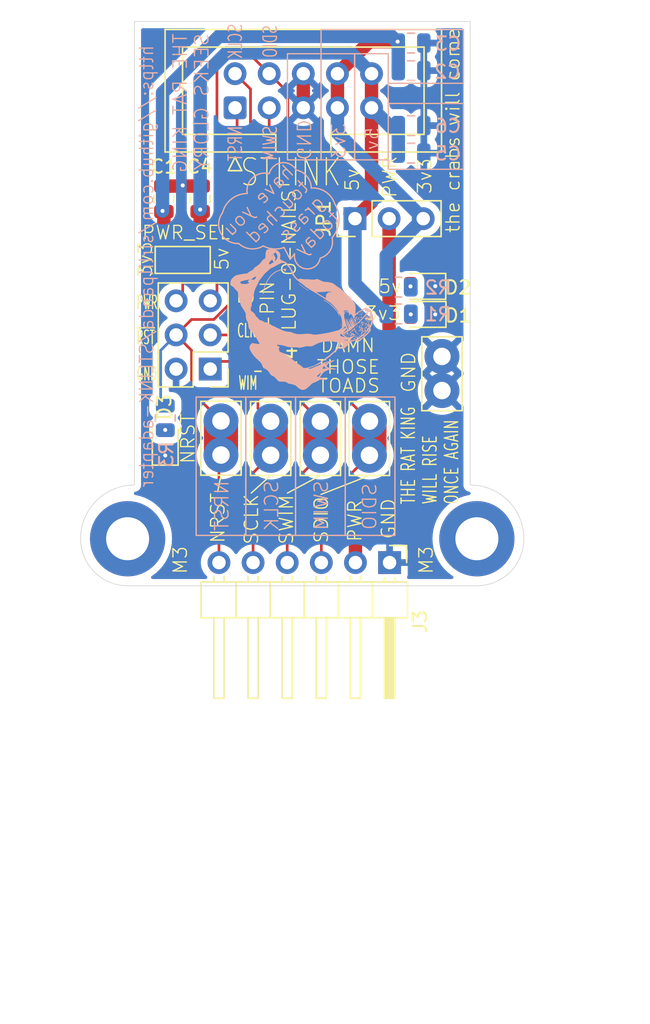
<source format=kicad_pcb>
(kicad_pcb (version 20240108) (generator "pcbnew") (generator_version "8.0")
  (layers (0 "F.Cu" signal) (31 "B.Cu" signal) (34 "B.Paste" user) (35 "F.Paste" user) (36 "B.SilkS" user "B.Silkscreen") (37 "F.SilkS" user "F.Silkscreen") (38 "B.Mask" user) (39 "F.Mask" user) (44 "Edge.Cuts" user))
  (net 0 "")
  (net 1 "/RST")
  (net 2 "/SWCLK")
  (net 3 "/SWIM")
  (net 4 "+3.3V")
  (net 5 "/SWDIO")
  (net 6 "+5V")
  (net 7 "GND")
  (net 8 "Net-(D1-A)")
  (net 9 "Net-(D2-A)")
  (net 10 "Net-(D3-A)")
  (net 11 "Net-(J1-Pin_6)")
  (net 12 "Net-(J3-Pin_2)")
  (net 13 "Net-(J1-Pin_1)")
  (footprint "MountingHole:MountingHole_3.2mm_M3_DIN965_Pad" (layer "F.Cu") (at 124.000001 89.000001)
    (property "Reference" "H2" (hide yes))
    (property "Value" "MountingHole")
    (pad "1" thru_hole circle (at 0 0) (size 5.6 5.6) (drill 3.2) (layers "*.Cu" "*.Mask"))
  )
  (footprint "Connector_PinHeader_2.54mm:PinHeader_1x06_P2.54mm_Horizontal" (layer "F.Cu") (at 117.5 90.775 -90)
    (property "Reference" "J3" (at 4.385 -2.27 90) (layer "F.SilkS"))
    (property "Value" "Conn_01x06_Pin")
    (pad "1" thru_hole rect (at 0 0 270) (size 1.7 1.7) (drill 1) (layers "*.Cu" "*.Mask") (net 7 "GND"))
    (pad "2" thru_hole oval (at 0 2.54 270) (size 1.7 1.7) (drill 1) (layers "*.Cu" "*.Mask") (net 12 "Net-(J3-Pin_2)"))
    (pad "3" thru_hole oval (at 0 5.079999 270) (size 1.7 1.7) (drill 1) (layers "*.Cu" "*.Mask") (net 5 "/SWDIO"))
    (pad "4" thru_hole oval (at 0 7.62 270) (size 1.7 1.7) (drill 1) (layers "*.Cu" "*.Mask") (net 3 "/SWIM"))
    (pad "5" thru_hole oval (at 0 10.16 270) (size 1.7 1.7) (drill 1) (layers "*.Cu" "*.Mask") (net 2 "/SWCLK"))
    (pad "6" thru_hole oval (at 0 12.7 270) (size 1.7 1.7) (drill 1) (layers "*.Cu" "*.Mask") (net 1 "/RST"))
  )
  (footprint "LED_SMD:LED_0805_2012Metric" (layer "F.Cu") (at 119.995 70.214999 180)
    (property "Reference" "D2" (at -2.605 -0.085001 180) (layer "F.SilkS"))
    (property "Value" "LED")
    (pad "1" smd roundrect (at -0.937501 0 180) (size 0.975 1.4) (layers "F.Cu" "F.Paste" "F.Mask") (net 7 "GND"))
    (pad "2" smd roundrect (at 0.937501 0 180) (size 0.975 1.4) (layers "F.Cu" "F.Paste" "F.Mask") (net 9 "Net-(D2-A)"))
  )
  (footprint "Connector_PinHeader_2.54mm:PinHeader_1x03_P2.54mm_Vertical" (layer "F.Cu") (at 114.924999 65.175 90)
    (property "Reference" "JP1" (at 0 -2.33 270) (layer "F.SilkS"))
    (property "Value" "Jumper_3_Bridged12")
    (pad "1" thru_hole rect (at 0 0 90) (size 1.7 1.7) (drill 1) (layers "*.Cu" "*.Mask") (net 6 "+5V"))
    (pad "2" thru_hole oval (at 0 2.54 90) (size 1.7 1.7) (drill 1) (layers "*.Cu" "*.Mask") (net 12 "Net-(J3-Pin_2)"))
    (pad "3" thru_hole oval (at 0 5.079999 90) (size 1.7 1.7) (drill 1) (layers "*.Cu" "*.Mask") (net 4 "+3.3V"))
  )
  (footprint "LED_SMD:LED_0805_2012Metric" (layer "F.Cu") (at 100.8 81.837501 90)
    (property "Reference" "D3" (at 2.6275 -0.065 270) (layer "F.SilkS"))
    (property "Value" "LED")
    (pad "1" smd roundrect (at -0.937501 0 90) (size 0.975 1.4) (layers "F.Cu" "F.Paste" "F.Mask") (net 7 "GND"))
    (pad "2" smd roundrect (at 0.937501 0 90) (size 0.975 1.4) (layers "F.Cu" "F.Paste" "F.Mask") (net 10 "Net-(D3-A)"))
  )
  (footprint "Connector_PinHeader_2.54mm:PinHeader_2x03_P2.54mm_Vertical" (layer "F.Cu") (at 104.150001 76.370002 180)
    (property "Reference" "J1" (hide yes))
    (property "Value" "Conn_02x03_Odd_Even")
    (pad "1" thru_hole rect (at 0 0 180) (size 1.7 1.7) (drill 1) (layers "*.Cu" "*.Mask") (net 13 "Net-(J1-Pin_1)"))
    (pad "2" thru_hole oval (at 2.54 0 180) (size 1.7 1.7) (drill 1) (layers "*.Cu" "*.Mask") (net 7 "GND"))
    (pad "3" thru_hole oval (at 0 2.54 180) (size 1.7 1.7) (drill 1) (layers "*.Cu" "*.Mask") (net 2 "/SWCLK"))
    (pad "4" thru_hole oval (at 2.54 2.54 180) (size 1.7 1.7) (drill 1) (layers "*.Cu" "*.Mask") (net 1 "/RST"))
    (pad "5" thru_hole oval (at 0 5.079999 180) (size 1.7 1.7) (drill 1) (layers "*.Cu" "*.Mask") (net 5 "/SWDIO"))
    (pad "6" thru_hole oval (at 2.54 5.08 180) (size 1.7 1.7) (drill 1) (layers "*.Cu" "*.Mask") (net 11 "Net-(J1-Pin_6)"))
  )
  (footprint "Connector_IDC:IDC-Header_2x05_P2.54mm_Vertical" (layer "F.Cu") (at 105.998428 56.924072 90)
    (property "Reference" "J2" (hide yes))
    (property "Value" "Conn_01x10")
    (pad "1" thru_hole roundrect (at 0 0 90) (size 1.7 1.7) (drill 1) (layers "*.Cu" "*.Mask") (roundrect_rratio 0.1470588235) (net 1 "/RST"))
    (pad "2" thru_hole circle (at 2.54 0 90) (size 1.7 1.7) (drill 1) (layers "*.Cu" "*.Mask") (net 2 "/SWCLK"))
    (pad "3" thru_hole circle (at 0 2.54 90) (size 1.7 1.7) (drill 1) (layers "*.Cu" "*.Mask") (net 3 "/SWIM"))
    (pad "4" thru_hole circle (at 2.54 2.54 90) (size 1.7 1.7) (drill 1) (layers "*.Cu" "*.Mask") (net 5 "/SWDIO"))
    (pad "5" thru_hole circle (at 0 5.079999 90) (size 1.7 1.7) (drill 1) (layers "*.Cu" "*.Mask") (net 7 "GND"))
    (pad "6" thru_hole circle (at 2.54 5.08 90) (size 1.7 1.7) (drill 1) (layers "*.Cu" "*.Mask") (net 7 "GND"))
    (pad "7" thru_hole circle (at 0 7.62 90) (size 1.7 1.7) (drill 1) (layers "*.Cu" "*.Mask") (net 4 "+3.3V"))
    (pad "8" thru_hole circle (at 2.54 7.62 90) (size 1.7 1.7) (drill 1) (layers "*.Cu" "*.Mask") (net 4 "+3.3V"))
    (pad "9" thru_hole circle (at 0 10.16 90) (size 1.7 1.7) (drill 1) (layers "*.Cu" "*.Mask") (net 6 "+5V"))
    (pad "10" thru_hole circle (at 2.54 10.16 90) (size 1.7 1.7) (drill 1) (layers "*.Cu" "*.Mask") (net 6 "+5V"))
  )
  (footprint "Capacitor_SMD:C_0805_2012Metric" (layer "F.Cu") (at 103.4 63.7 90)
    (property "Reference" "C4" (at 2.4 -0.023305 0) (layer "F.SilkS"))
    (property "Value" "C")
    (pad "1" smd roundrect (at -0.949999 0 90) (size 1 1.45) (layers "F.Cu" "F.Paste" "F.Mask") (net 6 "+5V"))
    (pad "2" smd roundrect (at 0.949999 0 90) (size 1 1.45) (layers "F.Cu" "F.Paste" "F.Mask") (net 7 "GND"))
  )
  (footprint "TestPoint:TestPoint_Bridge_Pitch2.54mm_Drill1.3mm" (layer "F.Cu") (at 104.95 82.77 90)
    (property "Reference" "TP1" (hide yes))
    (property "Value" "NRST")
    (pad "1" thru_hole circle (at 0 0 90) (size 2.6 2.6) (drill 1.3) (layers "*.Cu" "*.Mask") (net 1 "/RST"))
    (pad "1" thru_hole circle (at 2.54 0 90) (size 2.6 2.6) (drill 1.3) (layers "*.Cu" "*.Mask") (net 1 "/RST"))
  )
  (footprint "Resistor_SMD:R_0805_2012Metric" (layer "F.Cu") (at 107.7 75.8 180)
    (property "Reference" "R4" (at -2.4 0.100001 -90) (layer "F.SilkS"))
    (property "Value" "R")
    (pad "1" smd roundrect (at -0.9125 0 180) (size 1.025 1.4) (layers "F.Cu" "F.Paste" "F.Mask") (roundrect_rratio 0.243902439) (net 3 "/SWIM"))
    (pad "2" smd roundrect (at 0.9125 0 180) (size 1.025 1.4) (layers "F.Cu" "F.Paste" "F.Mask") (roundrect_rratio 0.243902439) (net 13 "Net-(J1-Pin_1)"))
  )
  (footprint "TestPoint:TestPoint_Bridge_Pitch2.54mm_Drill1.3mm" (layer "F.Cu") (at 121.4 77.97 90)
    (property "Reference" "TP5" (hide yes))
    (property "Value" "GND")
    (pad "1" thru_hole circle (at 0 0 90) (size 2.6 2.6) (drill 1.3) (layers "*.Cu" "*.Mask") (net 7 "GND"))
    (pad "1" thru_hole circle (at 2.54 0 90) (size 2.6 2.6) (drill 1.3) (layers "*.Cu" "*.Mask") (net 7 "GND"))
  )
  (footprint "TestPoint:TestPoint_Bridge_Pitch2.54mm_Drill1.3mm" (layer "F.Cu") (at 116 82.79 90)
    (property "Reference" "TP4" (hide yes))
    (property "Value" "DIO")
    (pad "1" thru_hole circle (at 0 0 90) (size 2.6 2.6) (drill 1.3) (layers "*.Cu" "*.Mask") (net 5 "/SWDIO"))
    (pad "1" thru_hole circle (at 2.54 0 90) (size 2.6 2.6) (drill 1.3) (layers "*.Cu" "*.Mask") (net 5 "/SWDIO"))
  )
  (footprint "LED_SMD:LED_0805_2012Metric" (layer "F.Cu") (at 120.012499 72.3 180)
    (property "Reference" "D1" (at -2.605 -0.085001 180) (layer "F.SilkS"))
    (property "Value" "LED")
    (pad "1" smd roundrect (at -0.937501 0 180) (size 0.975 1.4) (layers "F.Cu" "F.Paste" "F.Mask") (net 7 "GND"))
    (pad "2" smd roundrect (at 0.937501 0 180) (size 0.975 1.4) (layers "F.Cu" "F.Paste" "F.Mask") (net 8 "Net-(D1-A)"))
  )
  (footprint "TestPoint:TestPoint_Bridge_Pitch2.54mm_Drill1.3mm" (layer "F.Cu") (at 112.35 82.789999 90)
    (property "Reference" "TP3" (hide yes))
    (property "Value" "WIM")
    (pad "1" thru_hole circle (at 0 0 90) (size 2.6 2.6) (drill 1.3) (layers "*.Cu" "*.Mask") (net 3 "/SWIM"))
    (pad "1" thru_hole circle (at 2.54 0 90) (size 2.6 2.6) (drill 1.3) (layers "*.Cu" "*.Mask") (net 3 "/SWIM"))
  )
  (footprint "TestPoint:TestPoint_Bridge_Pitch2.54mm_Drill1.3mm" (layer "F.Cu") (at 108.65 82.79 90)
    (property "Reference" "TP2" (hide yes))
    (property "Value" "CLK")
    (pad "1" thru_hole circle (at 0 0 90) (size 2.6 2.6) (drill 1.3) (layers "*.Cu" "*.Mask") (net 2 "/SWCLK"))
    (pad "1" thru_hole circle (at 2.54 0 90) (size 2.6 2.6) (drill 1.3) (layers "*.Cu" "*.Mask") (net 2 "/SWCLK"))
  )
  (footprint "Jumper:SolderJumper-3_P1.3mm_Bridged2Bar12_Pad1.0x1.5mm_NumberLabels" (layer "F.Cu") (at 102.1 68.25)
    (property "Reference" "JP2" (hide yes))
    (property "Value" "Jumper_3_Bridged12")
    (fp_poly (pts (xy -0.9 -0.6) (xy -0.4 -0.6) (xy -0.4 -0.2) (xy -0.9 -0.199999)) (fill solid) (layer "F.Cu"))
    (fp_poly (pts (xy -0.9 0.199999) (xy -0.4 0.2) (xy -0.4 0.6) (xy -0.9 0.6)) (fill solid) (layer "F.Cu"))
    (pad "1" smd rect (at -1.3 0) (size 1 1.5) (layers "F.Cu" "F.Mask") (net 4 "+3.3V"))
    (pad "2" smd rect (at 0 0) (size 1 1.5) (layers "F.Cu" "F.Mask") (net 11 "Net-(J1-Pin_6)"))
    (pad "3" smd rect (at 1.3 0) (size 1 1.5) (layers "F.Cu" "F.Mask") (net 6 "+5V"))
  )
  (footprint "MountingHole:MountingHole_3.2mm_M3_DIN965_Pad" (layer "F.Cu") (at 98 89)
    (property "Reference" "H1" (hide yes))
    (property "Value" "MountingHole")
    (pad "1" thru_hole circle (at 0 0) (size 5.6 5.6) (drill 3.2) (layers "*.Cu" "*.Mask"))
  )
  (footprint "Capacitor_SMD:C_0805_2012Metric" (layer "F.Cu") (at 100.7 63.7 90)
    (property "Reference" "C1" (at 2.4 0 0) (layer "F.SilkS"))
    (property "Value" "C")
    (pad "1" smd roundrect (at -0.949999 0 90) (size 1 1.45) (layers "F.Cu" "F.Paste" "F.Mask") (net 4 "+3.3V"))
    (pad "2" smd roundrect (at 0.949999 0 90) (size 1 1.45) (layers "F.Cu" "F.Paste" "F.Mask") (net 7 "GND"))
  )
  (footprint "frogs:frog" (layer "B.Cu") (at 110.405281 72.059128 -135)
    (property "Reference" "G***" (hide yes))
    (property "Value" "LOGO" (hide yes))
  )
  (footprint "Resistor_SMD:R_0805_2012Metric" (layer "B.Cu") (at 118.17 72.265)
    (property "Reference" "R1" (at 2.93 0.035 360) (layer "B.SilkS") (effects (justify mirror)))
    (property "Value" "R")
    (pad "1" smd roundrect (at -0.9125 0) (size 1.025 1.4) (layers "B.Cu" "B.Paste" "B.Mask") (roundrect_rratio 0.243902439) (net 6 "+5V"))
    (pad "2" smd roundrect (at 0.9125 0) (size 1.025 1.4) (layers "B.Cu" "B.Paste" "B.Mask") (roundrect_rratio 0.243902439) (net 8 "Net-(D1-A)"))
  )
  (footprint "Capacitor_SMD:C_0805_2012Metric" (layer "B.Cu") (at 119.1 54.156695)
    (property "Reference" "C2" (at 2.7 0.083306 360) (layer "B.SilkS") (effects (justify mirror)))
    (property "Value" "C")
    (pad "1" smd roundrect (at -0.949999 0) (size 1 1.45) (layers "B.Cu" "B.Paste" "B.Mask") (net 4 "+3.3V"))
    (pad "2" smd roundrect (at 0.949999 0) (size 1 1.45) (layers "B.Cu" "B.Paste" "B.Mask") (net 7 "GND"))
  )
  (footprint "Capacitor_SMD:C_0805_2012Metric" (layer "B.Cu") (at 119.100001 58.250001)
    (property "Reference" "C6" (at 2.75 0.023305 360) (layer "B.SilkS") (effects (justify mirror)))
    (property "Value" "C")
    (pad "1" smd roundrect (at -0.949999 0) (size 1 1.45) (layers "B.Cu" "B.Paste" "B.Mask") (net 6 "+5V"))
    (pad "2" smd roundrect (at 0.949999 0) (size 1 1.45) (layers "B.Cu" "B.Paste" "B.Mask") (net 7 "GND"))
  )
  (footprint "Resistor_SMD:R_0805_2012Metric" (layer "B.Cu") (at 118.165 70.27)
    (property "Reference" "R2" (at 2.93 0.035 360) (layer "B.SilkS") (effects (justify mirror)))
    (property "Value" "R")
    (pad "1" smd roundrect (at -0.9125 0) (size 1.025 1.4) (layers "B.Cu" "B.Paste" "B.Mask") (roundrect_rratio 0.243902439) (net 4 "+3.3V"))
    (pad "2" smd roundrect (at 0.9125 0) (size 1.025 1.4) (layers "B.Cu" "B.Paste" "B.Mask") (roundrect_rratio 0.243902439) (net 9 "Net-(D2-A)"))
  )
  (footprint "Capacitor_SMD:C_0805_2012Metric" (layer "B.Cu") (at 119.1 52.106694)
    (property "Reference" "C3" (at 2.75 0.043306 360) (layer "B.SilkS") (effects (justify mirror)))
    (property "Value" "C")
    (pad "1" smd roundrect (at -0.949999 0) (size 1 1.45) (layers "B.Cu" "B.Paste" "B.Mask") (net 4 "+3.3V"))
    (pad "2" smd roundrect (at 0.949999 0) (size 1 1.45) (layers "B.Cu" "B.Paste" "B.Mask") (net 7 "GND"))
  )
  (footprint "Resistor_SMD:R_0805_2012Metric" (layer "B.Cu") (at 100.804999 80.007501 -90)
    (property "Reference" "R3" (at 2.72 -0.08 90) (layer "B.SilkS") (effects (justify mirror)))
    (property "Value" "R")
    (pad "1" smd roundrect (at -0.9125 0 270) (size 1.025 1.4) (layers "B.Cu" "B.Paste" "B.Mask") (roundrect_rratio 0.243902439) (net 1 "/RST"))
    (pad "2" smd roundrect (at 0.9125 0 270) (size 1.025 1.4) (layers "B.Cu" "B.Paste" "B.Mask") (roundrect_rratio 0.243902439) (net 10 "Net-(D3-A)"))
  )
  (footprint "Capacitor_SMD:C_0805_2012Metric" (layer "B.Cu") (at 119.1 60.3)
    (property "Reference" "C5" (at 2.75 0.023305 360) (layer "B.SilkS") (effects (justify mirror)))
    (property "Value" "C")
    (pad "1" smd roundrect (at -0.949999 0) (size 1 1.45) (layers "B.Cu" "B.Paste" "B.Mask") (net 6 "+5V"))
    (pad "2" smd roundrect (at 0.949999 0) (size 1 1.45) (layers "B.Cu" "B.Paste" "B.Mask") (net 7 "GND"))
  )
  (gr_rect (start 106.8 78.45) (end 110.5 88.75) (stroke (width 0.1)) (fill none) (layer "B.SilkS"))
  (gr_line (start 110.1 68.2) (end 110.428838 67.792234) (stroke (width 0.1)) (layer "B.SilkS"))
  (gr_arc (start 113.216933 66.601342) (mid 113.083714 67.529037) (end 112.344238 68.104833) (stroke (width 0.1)) (layer "B.SilkS"))
  (gr_arc (start 108.1 67.199999) (mid 107.152347 67.419275) (end 106.264651 67.021628) (stroke (width 0.1)) (layer "B.SilkS"))
  (gr_line (start 123 56.6) (end 117.4 56.6) (stroke (width 0.1)) (layer "B.SilkS"))
  (gr_arc (start 106.9 63.30633) (mid 107.318499 62.122489) (end 108.539154 61.828172) (stroke (width 0.1)) (layer "B.SilkS"))
  (gr_arc (start 106.264651 67.021628) (mid 104.941932 66.265185) (end 105.061522 64.746142) (stroke (width 0.1)) (layer "B.SilkS"))
  (gr_line (start 110.1 68.2) (end 109.644577 67.318871) (stroke (width 0.1)) (layer "B.SilkS"))
  (gr_arc (start 113.424958 64.082968) (mid 113.732418 65.376144) (end 113.216933 66.601342) (stroke (width 0.1)) (layer "B.SilkS"))
  (gr_line (start 123 51.1) (end 123 55.1) (stroke (width 0.1)) (layer "B.SilkS"))
  (gr_line (start 112.4 52.9) (end 112.4 51.1) (stroke (width 0.1)) (layer "B.SilkS"))
  (gr_line (start 112.4 51.1) (end 123 51.1) (stroke (width 0.1)) (layer "B.SilkS"))
  (gr_line (start 117.4 61.5) (end 123 61.5) (stroke (width 0.1)) (layer "B.SilkS"))
  (gr_line (start 123 55.1) (end 117.4 55.1) (stroke (width 0.1)) (layer "B.SilkS"))
  (gr_arc (start 112.326128 68.15591) (mid 111.2 68.9) (end 110.428838 67.792234) (stroke (width 0.1)) (layer "B.SilkS"))
  (gr_rect (start 103.1 78.45) (end 106.8 88.75) (stroke (width 0.1)) (fill none) (layer "B.SilkS"))
  (gr_rect (start 114.2 78.45) (end 117.9 88.75) (stroke (width 0.1)) (fill none) (layer "B.SilkS"))
  (gr_arc (start 111.666547 62.9) (mid 112.75184 63.185147) (end 113.424958 64.082968) (stroke (width 0.1)) (layer "B.SilkS"))
  (gr_line (start 117.4 60.8) (end 117.4 61.5) (stroke (width 0.1)) (layer "B.SilkS"))
  (gr_arc (start 108.539155 61.828172) (mid 109.453527 61.014722) (end 110.550829 61.556669) (stroke (width 0.1)) (layer "B.SilkS"))
  (gr_rect (start 114.9 52.9) (end 117.4 60.8) (stroke (width 0.1)) (fill none) (layer "B.SilkS"))
  (gr_arc (start 105.061523 64.746142) (mid 105.732411 63.709121) (end 106.9 63.30633) (stroke (width 0.1)) (layer "B.SilkS"))
  (gr_rect (start 112.4 52.9) (end 114.9 60.8) (stroke (width 0.1)) (fill none) (layer "B.SilkS"))
  (gr_rect (start 109.9 52.9) (end 112.4 60.8) (stroke (width 0.1)) (fill none) (layer "B.SilkS"))
  (gr_arc (start 110.550829 61.55667) (mid 111.351242 62.026879) (end 111.666547 62.9) (stroke (width 0.1)) (layer "B.SilkS"))
  (gr_rect (start 110.5 78.45) (end 114.2 88.75) (stroke (width 0.1)) (fill none) (layer "B.SilkS"))
  (gr_line (start 123 61.5) (end 123 56.6) (stroke (width 0.1)) (layer "B.SilkS"))
  (gr_arc (start 109.644577 67.318871) (mid 108.859135 67.430343) (end 108.1 67.199999) (stroke (width 0.1)) (layer "B.SilkS"))
  (gr_line (start 104.7 85.5) (end 104.95 84.27) (stroke (width 0.1)) (layer "F.SilkS"))
  (gr_line (start 98.7 73.3) (end 100 73.3) (stroke (width 0.1)) (layer "F.SilkS"))
  (gr_line (start 109.9 85.6) (end 112.35 84.289999) (stroke (width 0.1)) (layer "F.SilkS"))
  (gr_line (start 107.2 85.6) (end 108.65 84.29) (stroke (width 0.1)) (layer "F.SilkS"))
  (gr_line (start 112.4 85.7) (end 116 84.29) (stroke (width 0.1)) (layer "F.SilkS"))
  (gr_arc (start 123.5 85) (mid 126.328427 86.171573) (end 127.5 89) (stroke (width 0.05)) (layer "Edge.Cuts"))
  (gr_line (start 98.5 92.5) (end 123.5 92.5) (stroke (width 0.05)) (layer "Edge.Cuts"))
  (gr_line (start 98.5 50.5) (end 98.5 85) (stroke (width 0.05)) (layer "Edge.Cuts"))
  (gr_arc (start 127.5 89) (mid 126.474874 91.474874) (end 124 92.5) (stroke (width 0.05)) (layer "Edge.Cuts"))
  (gr_arc (start 94.5 89) (mid 95.671573 86.171573) (end 98.5 85) (stroke (width 0.05)) (layer "Edge.Cuts"))
  (gr_line (start 123.5 50.5) (end 123.5 85) (stroke (width 0.05)) (layer "Edge.Cuts"))
  (gr_line (start 98.5 50.5) (end 123.5 50.5) (stroke (width 0.05)) (layer "Edge.Cuts"))
  (gr_line (start 98.5 92.5) (end 98 92.5) (stroke (width 0.05)) (layer "Edge.Cuts"))
  (gr_line (start 123.5 92.5) (end 124 92.5) (stroke (width 0.05)) (layer "Edge.Cuts"))
  (gr_arc (start 98 92.5) (mid 95.525126 91.474874) (end 94.5 89) (stroke (width 0.05)) (layer "Edge.Cuts"))
  (gr_text "have you\ntouched\ngrass\ntoday" (at 113.984185 65.208621 45) (layer "B.SilkS") (effects (font (size 1 1) (thickness 0.1)) (justify left bottom mirror)))
  (gr_text "5v" (at 116.8 58.3 90) (layer "B.SilkS") (effects (font (size 1 1) (thickness 0.1)) (justify left bottom mirror)))
  (gr_text "NRST" (at 106.6 58.2 90) (layer "B.SilkS") (effects (font (size 1 0.7) (thickness 0.1)) (justify left bottom mirror)))
  (gr_text "SWIM" (at 113 84.6 90) (layer "B.SilkS") (effects (font (size 1 1) (thickness 0.1)) (justify left bottom mirror)))
  (gr_text "https://github.com/sirlilpanda/STLINK-adapter" (at 100 52.2 90) (layer "B.SilkS") (effects (font (size 1 0.9) (thickness 0.1)) (justify left bottom mirror)))
  (gr_text "THE RAT KING\nSEEKS GLORY" (at 104.103995 51.31505 90) (layer "B.SilkS") (effects (font (size 1 1) (thickness 0.1)) (justify left bottom mirror)))
  (gr_text "NRST" (at 105.6 84.6 90) (layer "B.SilkS") (effects (font (size 1 1) (thickness 0.1)) (justify left bottom mirror)))
  (gr_text "GND" (at 110.5 60.9 -90) (layer "B.SilkS") (effects (font (size 1 1) (thickness 0.1)) (justify left bottom mirror)))
  (gr_text "SCLK" (at 109.3 84.6 90) (layer "B.SilkS") (effects (font (size 1 1) (thickness 0.1)) (justify left bottom mirror)))
  (gr_text "SCLK" (at 106.6 50.6 90) (layer "B.SilkS") (effects (font (size 1 0.7) (thickness 0.1)) (justify left bottom mirror)))
  (gr_text "3v3" (at 114.3 58 90) (layer "B.SilkS") (effects (font (size 1 1) (thickness 0.1)) (justify left bottom mirror)))
  (gr_text "SWIM" (at 109.2 58.2 90) (layer "B.SilkS") (effects (font (size 1 0.7) (thickness 0.1)) (justify left bottom mirror)))
  (gr_text "SDIO\n" (at 116.6 84.8 90) (layer "B.SilkS") (effects (font (size 1 1) (thickness 0.1)) (justify left bottom mirror)))
  (gr_text "SDIO" (at 109.2 50.7 90) (layer "B.SilkS") (effects (font (size 1 0.7) (thickness 0.1)) (justify left bottom mirror)))
  (gr_text "SDIO\n" (at 113 89.4 90) (layer "F.SilkS") (effects (font (size 1 1) (thickness 0.1)) (justify left bottom)))
  (gr_text "SWIM" (at 110.4 89.5 90) (layer "F.SilkS") (effects (font (size 1 1) (thickness 0.1)) (justify left bottom)))
  (gr_text "NRST" (at 105.3 89.4 90) (layer "F.SilkS") (effects (font (size 1 1) (thickness 0.1)) (justify left bottom)))
  (gr_text "PWR" (at 118.1 63.7 90) (layer "F.SilkS") (effects (font (size 1 1) (thickness 0.1)) (justify left bottom)))
  (gr_text "6-PIN\nPLUG-O-NAILS" (at 110.6 74.6 90) (layer "F.SilkS") (effects (font (size 1 1) (thickness 0.1)) (justify left bottom)))
  (gr_text "the crabs will come" (at 122.8 66.3 90) (layer "F.SilkS") (effects (font (size 1 1) (thickness 0.1)) (justify left bottom)))
  (gr_text "3v3" (at 99.9 69.6 90) (layer "F.SilkS") (effects (font (size 1 1) (thickness 0.1)) (justify left bottom)))
  (gr_text "THOSE" (at 112 76.8 0) (layer "F.SilkS") (effects (font (size 1 1) (thickness 0.1)) (justify left bottom)))
  (gr_text "THE RAT KING\nWILL RISE\nONCE AGAIN" (at 122.7 86.5 90) (layer "F.SilkS") (effects (font (size 1 0.7) (thickness 0.1)) (justify left bottom)))
  (gr_text "PWR_SEL" (at 99 66.8 0) (layer "F.SilkS") (effects (font (size 1 1) (thickness 0.1)) (justify left bottom)))
  (gr_text "GND" (at 119.5 78.2 90) (layer "F.SilkS") (effects (font (size 1 1) (thickness 0.1)) (justify left bottom)))
  (gr_text "SCLK" (at 107.8 89.5 90) (layer "F.SilkS") (effects (font (size 1 1) (thickness 0.1)) (justify left bottom)))
  (gr_text "5v" (at 116.6 70.8 0) (layer "F.SilkS") (effects (font (size 1 1) (thickness 0.1)) (justify left bottom)))
  (gr_text "3v3" (at 120.7 63.4 90) (layer "F.SilkS") (effects (font (size 1 1) (thickness 0.1)) (justify left bottom)))
  (gr_text "DIO" (at 106.1 71.5 0) (layer "F.SilkS") (effects (font (size 1 0.5) (thickness 0.1)) (justify left bottom)))
  (gr_text "NRST" (at 103.070453 83.491451 90) (layer "F.SilkS") (effects (font (size 1 1) (thickness 0.1)) (justify left bottom)))
  (gr_text "M3" (at 120.8 91.7 90) (layer "F.SilkS") (effects (font (size 1 1) (thickness 0.1)) (justify left bottom)))
  (gr_text "5v" (at 105.6 69.1 90) (layer "F.SilkS") (effects (font (size 1 1) (thickness 0.1)) (justify left bottom)))
  (gr_text "5v" (at 115.3 63.2 90) (layer "F.SilkS") (effects (font (size 1 1) (thickness 0.1)) (justify left bottom)))
  (gr_text "GND" (at 98.6 77.3 0) (layer "F.SilkS") (effects (font (size 1 0.5) (thickness 0.1)) (justify left bottom)))
  (gr_text "PWR" (at 98.6 72 0) (layer "F.SilkS") (effects (font (size 1 0.5) (thickness 0.1)) (justify left bottom)))
  (gr_text "PWR" (at 115.5 89.3 90) (layer "F.SilkS") (effects (font (size 1 1) (thickness 0.1)) (justify left bottom)))
  (gr_text "DAMN" (at 112.3 75.2 0) (layer "F.SilkS") (effects (font (size 1 1) (thickness 0.1)) (justify left bottom)))
  (gr_text "CLK" (at 106.1 74.1 0) (layer "F.SilkS") (effects (font (size 1 0.5) (thickness 0.1)) (justify left bottom)))
  (gr_text "3v3" (at 115.6 72.8 0) (layer "F.SilkS") (effects (font (size 1 1) (thickness 0.1)) (justify left bottom)))
  (gr_text "M3" (at 102.5 91.7 90) (layer "F.SilkS") (effects (font (size 1 1) (thickness 0.1)) (justify left bottom)))
  (gr_text "TOADS" (at 112.1 78.2 0) (layer "F.SilkS") (effects (font (size 1 1) (thickness 0.1)) (justify left bottom)))
  (gr_text "RST" (at 98.6 74.6 0) (layer "F.SilkS") (effects (font (size 1 0.5) (thickness 0.1)) (justify left bottom)))
  (gr_text "WIM" (at 106.2 78 0) (layer "F.SilkS") (effects (font (size 1 0.5) (thickness 0.1)) (justify left bottom)))
  (gr_text "GND" (at 118 89.1 90) (layer "F.SilkS") (effects (font (size 1 1) (thickness 0.1)) (justify left bottom)))
  (gr_text "STLINK" (at 106.3 62.9 0) (layer "F.SilkS") (effects (font (size 2 1.5) (thickness 0.1)) (justify left bottom)))
  (segment (start 104.95 80.23) (end 104.95 82.77) (width 2.54) (layer "F.Cu") (net 1))
  (segment (start 102.760001 78.040001) (end 104.95 80.23) (width 0.2) (layer "F.Cu") (net 1))
  (segment (start 104.419998 72.680002) (end 102.760001 72.680002) (width 0.2) (layer "F.Cu") (net 1))
  (segment (start 101.610001 73.830002) (end 102.760001 74.980002) (width 0.2) (layer "F.Cu") (net 1))
  (segment (start 106.149999 57.075643) (end 106.149999 70.950001) (width 0.2) (layer "F.Cu") (net 1))
  (segment (start 102.760001 74.980002) (end 102.760001 78.040001) (width 0.2) (layer "F.Cu") (net 1))
  (segment (start 106.149999 70.950001) (end 104.419998 72.680002) (width 0.2) (layer "F.Cu") (net 1))
  (segment (start 102.760001 72.680002) (end 101.610001 73.830002) (width 0.2) (layer "F.Cu") (net 1))
  (segment (start 105.998428 56.924072) (end 106.149999 57.075643) (width 0.2) (layer "F.Cu") (net 1))
  (segment (start 104.8 82.92) (end 104.95 82.77) (width 0.2) (layer "F.Cu") (net 1))
  (segment (start 104.8 90.775) (end 104.8 82.92) (width 0.2) (layer "F.Cu") (net 1))
  (segment (start 100.460001 74.980002) (end 100.460001 78.750003) (width 0.2) (layer "B.Cu") (net 1))
  (segment (start 100.460001 78.750003) (end 100.804999 79.095001) (width 0.2) (layer "B.Cu") (net 1))
  (segment (start 101.610001 73.830002) (end 100.460001 74.980002) (width 0.2) (layer "B.Cu") (net 1))
  (segment (start 108.65 80.25) (end 108.65 82.79) (width 2.54) (layer "F.Cu") (net 2))
  (segment (start 107.7 79.3) (end 108.65 80.25) (width 0.2) (layer "F.Cu") (net 2))
  (segment (start 105.769998 73.830002) (end 104.150001 73.830002) (width 0.2) (layer "F.Cu") (net 2))
  (segment (start 107.34 90.775) (end 107.34 84.1) (width 0.2) (layer "F.Cu") (net 2))
  (segment (start 107.7 73.003144) (end 107.7 79.3) (width 0.2) (layer "F.Cu") (net 2))
  (segment (start 107.148428 55.534072) (end 107.148428 72.451572) (width 0.2) (layer "F.Cu") (net 2))
  (segment (start 107.148428 72.451572) (end 105.769998 73.830002) (width 0.2) (layer "F.Cu") (net 2))
  (segment (start 107.148428 72.451572) (end 107.7 73.003144) (width 0.2) (layer "F.Cu") (net 2))
  (segment (start 105.998428 54.384072) (end 107.148428 55.534072) (width 0.2) (layer "F.Cu") (net 2))
  (segment (start 107.34 84.1) (end 108.65 82.79) (width 0.2) (layer "F.Cu") (net 2))
  (segment (start 104.150001 73.830002) (end 104.380002 73.830002) (width 0.2) (layer "B.Cu") (net 2))
  (segment (start 112.35 80.249999) (end 112.35 82.789999) (width 2.54) (layer "F.Cu") (net 3))
  (segment (start 108.6125 76.512499) (end 112.35 80.249999) (width 0.2) (layer "F.Cu") (net 3))
  (segment (start 108.538428 71.55) (end 108.538428 76.438427) (width 0.2) (layer "F.Cu") (net 3))
  (segment (start 108.538428 56.924072) (end 108.538428 71.55) (width 0.2) (layer "F.Cu") (net 3))
  (segment (start 109.88 85.259999) (end 112.35 82.789999) (width 0.2) (layer "F.Cu") (net 3))
  (segment (start 108.6125 75.8) (end 108.6125 76.512499) (width 0.2) (layer "F.Cu") (net 3))
  (segment (start 109.88 90.775) (end 109.88 85.259999) (width 0.2) (layer "F.Cu") (net 3))
  (segment (start 116.0025 52) (end 118.1 52) (width 1) (layer "F.Cu") (net 4))
  (segment (start 100.7 64.649999) (end 100.7 68.15) (width 1) (layer "F.Cu") (net 4))
  (segment (start 100.7 68.15) (end 100.8 68.25) (width 1) (layer "F.Cu") (net 4))
  (segment (start 113.618428 56.924072) (end 113.618428 54.384072) (width 1) (layer "F.Cu") (net 4))
  (segment (start 113.618428 54.384072) (end 116.0025 52) (width 1) (layer "F.Cu") (net 4))
  (via (at 118.1 52) (size 0.6) (drill 0.3) (layers "F.Cu" "B.Cu") (net 4))
  (via (at 100.6 64.6) (size 0.6) (drill 0.3) (layers "F.Cu" "B.Cu") (net 4))
  (segment (start 100.6 55.8) (end 100.6 64.6) (width 1) (layer "B.Cu") (net 4))
  (segment (start 104.793244 51.606756) (end 100.6 55.8) (width 1) (layer "B.Cu") (net 4))
  (segment (start 118.150001 52.106694) (end 117.650063 51.606756) (width 1) (layer "B.Cu") (net 4))
  (segment (start 117.650063 51.606756) (end 104.793244 51.606756) (width 1) (layer "B.Cu") (net 4))
  (segment (start 117.2525 67.927498) (end 120.004998 65.175) (width 1) (layer "B.Cu") (net 4))
  (segment (start 117.2525 70.27) (end 117.2525 67.927498) (width 1) (layer "B.Cu") (net 4))
  (segment (start 113.618428 56.924072) (end 113.618428 58.78843) (width 1) (layer "B.Cu") (net 4))
  (segment (start 113.618428 58.78843) (end 120.004998 65.175) (width 1) (layer "B.Cu") (net 4))
  (segment (start 118.150001 54.156695) (end 118.150001 52.106694) (width 1) (layer "B.Cu") (net 4))
  (segment (start 108.538428 54.384072) (end 109.928427 55.774071) (width 0.2) (layer "F.Cu") (net 5))
  (segment (start 109.928427 55.774071) (end 109.928427 74.178427) (width 0.2) (layer "F.Cu") (net 5))
  (segment (start 105.522082 53.234072) (end 104.65 54.106154) (width 0.2) (layer "F.Cu") (net 5))
  (segment (start 112.420001 90.775) (end 112.420001 86.369999) (width 0.2) (layer "F.Cu") (net 5))
  (segment (start 107.388428 53.234072) (end 105.522082 53.234072) (width 0.2) (layer "F.Cu") (net 5))
  (segment (start 104.65 70.790004) (end 104.150001 71.290003) (width 0.2) (layer "F.Cu") (net 5))
  (segment (start 108.538428 54.384072) (end 107.388428 53.234072) (width 0.2) (layer "F.Cu") (net 5))
  (segment (start 104.65 54.106154) (end 104.65 70.790004) (width 0.2) (layer "F.Cu") (net 5))
  (segment (start 116 80.25) (end 116 82.79) (width 2.54) (layer "F.Cu") (net 5))
  (segment (start 112.420001 86.369999) (end 116 82.79) (width 0.2) (layer "F.Cu") (net 5))
  (segment (start 109.928427 74.178427) (end 116 80.25) (width 0.2) (layer "F.Cu") (net 5))
  (segment (start 103.4 68.25) (end 103.4 64.649999) (width 1) (layer "F.Cu") (net 6))
  (segment (start 116.158428 54.384072) (end 116.158428 56.924072) (width 1) (layer "F.Cu") (net 6))
  (segment (start 103.449999 68.200001) (end 103.4 68.25) (width 1) (layer "F.Cu") (net 6))
  (segment (start 116.158428 63.941571) (end 114.924999 65.175) (width 1) (layer "F.Cu") (net 6))
  (segment (start 116.158428 56.924072) (end 116.158428 63.941571) (width 1) (layer "F.Cu") (net 6))
  (via (at 103.4 64.5) (size 0.6) (drill 0.3) (layers "F.Cu" "B.Cu") (net 6))
  (segment (start 114.608428 52.834072) (end 105.356396 52.834072) (width 1) (layer "B.Cu") (net 6))
  (segment (start 105.356396 52.834072) (end 103.4 54.790468) (width 1) (layer "B.Cu") (net 6))
  (segment (start 118.050003 58.35) (end 117.584356 58.35) (width 1) (layer "B.Cu") (net 6))
  (segment (start 103.4 54.790468) (end 103.4 64.5) (width 1) (layer "B.Cu") (net 6))
  (segment (start 118.150002 58.250001) (end 118.050003 58.35) (width 1) (layer "B.Cu") (net 6))
  (segment (start 114.924999 70.005429) (end 117.18457 72.265) (width 1) (layer "B.Cu") (net 6))
  (segment (start 117.18457 72.265) (end 117.2575 72.265) (width 1) (layer "B.Cu") (net 6))
  (segment (start 118.150002 58.250001) (end 118.150001 60.3) (width 1) (layer "B.Cu") (net 6))
  (segment (start 114.924999 65.175) (end 114.924999 70.005429) (width 1) (layer "B.Cu") (net 6))
  (segment (start 116.158428 54.384072) (end 114.608428 52.834072) (width 1) (layer "B.Cu") (net 6))
  (segment (start 117.584356 58.35) (end 116.158428 56.924072) (width 1) (layer "B.Cu") (net 6))
  (segment (start 114.924999 65.175) (end 114.549999 64.8) (width 1) (layer "B.Cu") (net 6))
  (segment (start 111.078428 54.384072) (end 111.078427 56.924072) (width 1) (layer "F.Cu") (net 7))
  (segment (start 102.1 62.7) (end 102.049999 62.750001) (width 1) (layer "F.Cu") (net 7))
  (segment (start 102.1 62.7) (end 102.150001 62.750001) (width 1) (layer "F.Cu") (net 7))
  (segment (start 102.049999 62.750001) (end 100.7 62.750001) (width 1) (layer "F.Cu") (net 7))
  (segment (start 102.150001 62.750001) (end 103.4 62.750001) (width 1) (layer "F.Cu") (net 7))
  (via (at 100.8 82.8) (size 0.6) (drill 0.3) (layers "F.Cu" "B.Cu") (net 7))
  (via (at 102.1 62.7) (size 0.6) (drill 0.3) (layers "F.Cu" "B.Cu") (net 7))
  (via (at 120.9 70.2) (size 0.6) (drill 0.3) (layers "F.Cu" "B.Cu") (net 7))
  (via (at 120.9 72.3) (size 0.6) (drill 0.3) (layers "F.Cu" "B.Cu") (net 7))
  (via (at 119.075 72.3) (size 0.6) (drill 0.3) (layers "F.Cu" "B.Cu") (net 8))
  (via (at 119.0575 70.215) (size 0.6) (drill 0.3) (layers "F.Cu" "B.Cu") (net 9))
  (via (at 100.8 80.900001) (size 0.6) (drill 0.3) (layers "F.Cu" "B.Cu") (net 10))
  (segment (start 102.1 70.800003) (end 101.610001 71.290002) (width 0.2) (layer "F.Cu") (net 11))
  (segment (start 102.1 68.25) (end 102.1 70.800003) (width 0.2) (layer "F.Cu") (net 11))
  (segment (start 118.65 74.9) (end 118.65 83.45) (width 1) (layer "F.Cu") (net 12))
  (segment (start 118.65 83.45) (end 114.96 87.14) (width 1) (layer "F.Cu") (net 12))
  (segment (start 114.96 87.14) (end 114.96 90.775) (width 1) (layer "F.Cu") (net 12))
  (segment (start 117.464999 73.714999) (end 118.65 74.9) (width 1) (layer "F.Cu") (net 12))
  (segment (start 117.464999 65.175) (end 117.464999 73.714999) (width 1) (layer "F.Cu") (net 12))
  (segment (start 106.7875 75.8) (end 104.720003 75.8) (width 0.2) (layer "F.Cu") (net 13))
  (segment (start 104.720003 75.8) (end 104.150001 76.370002) (width 0.2) (layer "F.Cu") (net 13))
  (zone (net 7) (net_name "GND") (layer "B.Cu") (connect_pads (clearance 0.5)) (min_thickness 0.25) (fill yes (thermal_gap 0.5) (thermal_bridge_width 0.5))
    (polygon (pts (xy 95 49.1) (xy 126.4 48.9) (xy 136.9 97.5) (xy 88.5 94)))
  )
)
</source>
